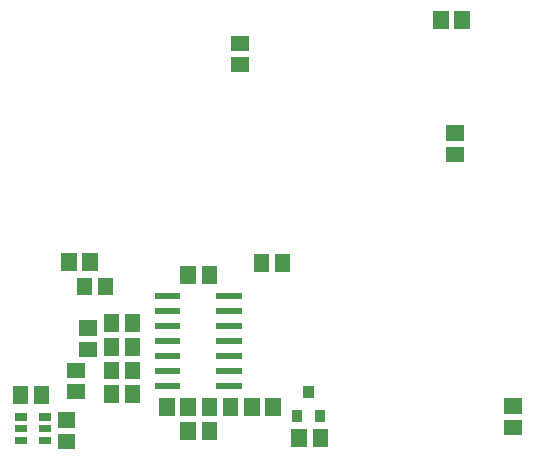
<source format=gbr>
G04 start of page 9 for group -4015 idx -4015 *
G04 Title: (unknown), toppaste *
G04 Creator: pcb 20091103 *
G04 CreationDate: Fri 28 Jan 2011 22:03:10 GMT UTC *
G04 For: thomas *
G04 Format: Gerber/RS-274X *
G04 PCB-Dimensions: 179130 179130 *
G04 PCB-Coordinate-Origin: lower left *
%MOIN*%
%FSLAX25Y25*%
%LNFRONTPASTE*%
%ADD21R,0.0512X0.0512*%
%ADD22R,0.0200X0.0200*%
%ADD23R,0.0240X0.0240*%
%ADD24R,0.0340X0.0340*%
G54D21*X30709Y72043D02*X31495D01*
X30709Y64957D02*X31495D01*
X38976Y74010D02*Y73224D01*
X46062Y74010D02*Y73224D01*
X64567Y38184D02*Y37398D01*
X71653Y38184D02*Y37398D01*
G54D22*X54506Y82775D02*X61006D01*
X54506Y77775D02*X61006D01*
X54506Y72775D02*X61006D01*
X54506Y67775D02*X61006D01*
X54506Y62775D02*X61006D01*
X54506Y57775D02*X61006D01*
X54506Y52775D02*X61006D01*
X75006D02*X81506D01*
X75006Y57775D02*X81506D01*
X75006Y62775D02*X81506D01*
X75006Y67775D02*X81506D01*
X75006Y72775D02*X81506D01*
X75006Y77775D02*X81506D01*
X75006Y82775D02*X81506D01*
G54D21*X26772Y50784D02*X27558D01*
X26772Y57870D02*X27558D01*
X38976Y58262D02*Y57476D01*
X46062Y58262D02*Y57476D01*
Y66136D02*Y65350D01*
X38976Y66136D02*Y65350D01*
X71653Y46059D02*Y45273D01*
X78739Y46059D02*Y45273D01*
X38977Y50388D02*Y49602D01*
X46063Y50388D02*Y49602D01*
X64567Y90154D02*Y89368D01*
X71653Y90154D02*Y89368D01*
X148819Y175193D02*Y174407D01*
X155905Y175193D02*Y174407D01*
X153150Y129918D02*X153936D01*
X153150Y137004D02*X153936D01*
X29921Y86217D02*Y85431D01*
X37007Y86217D02*Y85431D01*
G54D24*X100787Y42910D02*Y42310D01*
X108587Y42910D02*Y42310D01*
X104687Y51110D02*Y50510D01*
G54D21*X108661Y35822D02*Y35036D01*
X101575Y35822D02*Y35036D01*
X172442Y38973D02*X173228D01*
X172442Y46059D02*X173228D01*
X85827D02*Y45273D01*
X92913Y46059D02*Y45273D01*
X88977Y94091D02*Y93305D01*
X96063Y94091D02*Y93305D01*
X81497Y166925D02*X82283D01*
X81497Y159839D02*X82283D01*
X57480Y46058D02*Y45272D01*
X64566Y46058D02*Y45272D01*
X24803Y94484D02*Y93698D01*
X31889Y94484D02*Y93698D01*
X23622Y34248D02*X24408D01*
X23622Y41334D02*X24408D01*
X8661Y49996D02*Y49210D01*
X15747Y49996D02*Y49210D01*
G54D23*X16110Y34550D02*X17710D01*
X16110Y38450D02*X17710D01*
X16110Y42350D02*X17710D01*
X7910D02*X9510D01*
X7910Y38450D02*X9510D01*
X7910Y34550D02*X9510D01*
M02*

</source>
